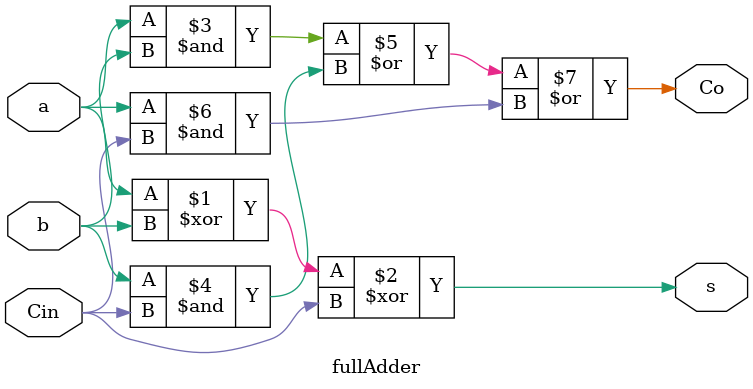
<source format=sv>
`timescale 1ns / 1ps

module fullAdder (
  input logic a, b, Cin,
  output logic s, Co
);

  assign s = a ^ b ^ Cin;
  assign Co = (a & b) | (b & Cin) | (a & Cin);

endmodule
</source>
